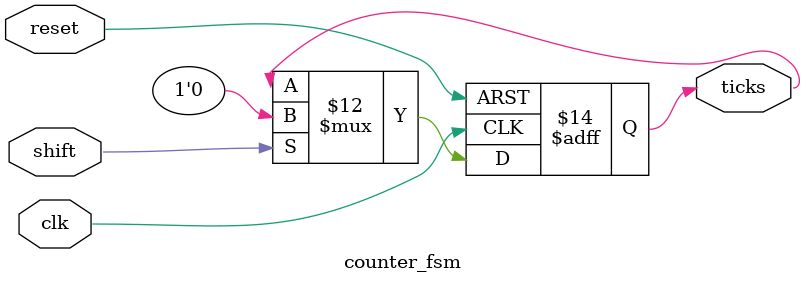
<source format=sv>
module counter_fsm#(parameter N = 8)
(
    input  logic clk,
    input  logic reset,
    input logic shift,
    output logic ticks
) ;
parameter q_size=$clog2(N);
logic [q_size-1:0] q;

always_ff @(posedge clk, posedge reset)
    if (reset) begin
        q <= '0;
	ticks <= '0;
	end
    else begin
	if (shift) begin
     		q<= q + 1'b1;
		if (q==N)begin
			ticks <= '1;
			q <= '0;
			end
		else
			ticks <= '0;
		end
	end	
endmodule 
</source>
